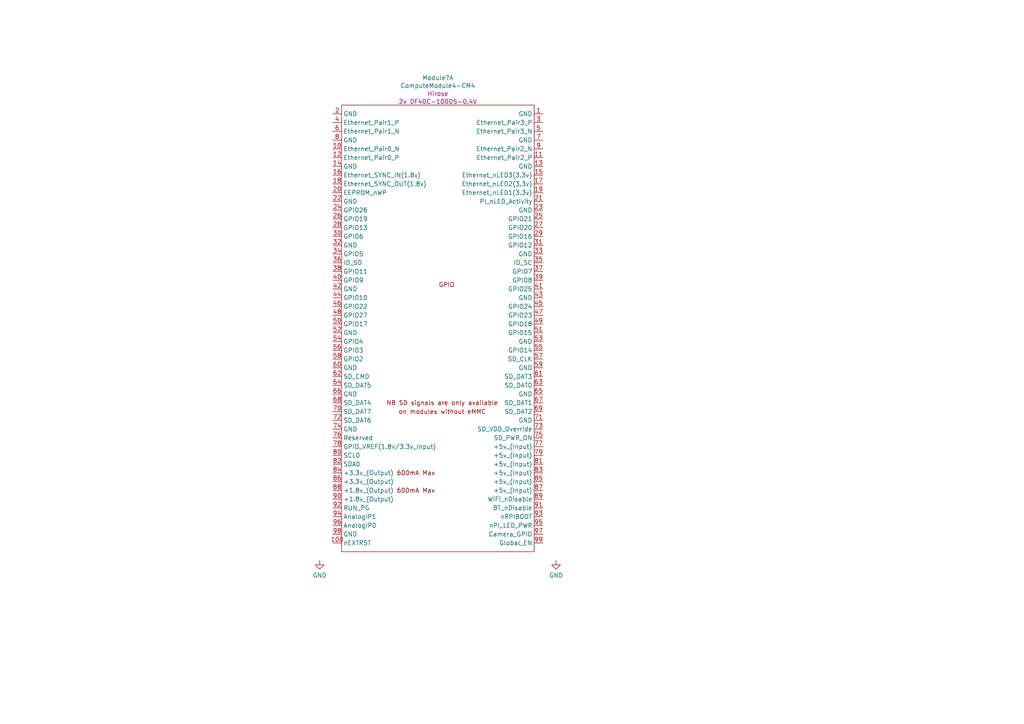
<source format=kicad_sch>
(kicad_sch (version 20210126) (generator eeschema)
  (paper "A4")
  (lib_symbols
    (symbol "CM4IO:ComputeModule4-CM4"
      (property "Reference" "Module" (at 113.03 -68.58 0))
      (property "Value" "ComputeModule4-CM4" (at 140.97 2.54 0))
      (property "Field4" "Hirose" (at 0 0 0))
      (property "Field5" "2x DF40C-100DS-0.4V" (at 0 -2.54 0))
      (symbol "ComputeModule4-CM4_1_0"
        (text "GPIO" (at 0 6.35 0) (effects (font (size 1.27 1.27))))
      )
      (symbol "ComputeModule4-CM4_1_1"
        (text "600mA Max" (at -8.89 -53.34 0) (effects (font (size 1.27 1.27))))
        (text "600mA Max" (at -8.89 -48.26 0) (effects (font (size 1.27 1.27))))
        (text "NB SD signals are only available" (at -1.27 -27.94 0) (effects (font (size 1.27 1.27))))
        (text "on modules without eMMC" (at -1.27 -30.48 0) (effects (font (size 1.27 1.27))))
        (rectangle (start -30.48 -71.12) (end 25.4 58.42))
        (pin power_in line (at 27.94 55.88 180) (length 2.54) (name "GND") (number "1"))
        (pin passive line (at -33.02 45.72 0) (length 2.54) (name "Ethernet_Pair0_N") (number "10"))
        (pin output line (at -33.02 -68.58 0) (length 2.54) (name "nEXTRST") (number "100"))
        (pin passive line (at 27.94 43.18 180) (length 2.54) (name "Ethernet_Pair2_P") (number "11"))
        (pin passive line (at -33.02 43.18 0) (length 2.54) (name "Ethernet_Pair0_P") (number "12"))
        (pin power_in line (at 27.94 40.64 180) (length 2.54) (name "GND") (number "13"))
        (pin power_in line (at -33.02 40.64 0) (length 2.54) (name "GND") (number "14"))
        (pin output line (at 27.94 38.1 180) (length 2.54) (name "Ethernet_nLED3(3.3v)") (number "15"))
        (pin input line (at -33.02 38.1 0) (length 2.54) (name "Ethernet_SYNC_IN(1.8v)") (number "16"))
        (pin output line (at 27.94 35.56 180) (length 2.54) (name "Ethernet_nLED2(3.3v)") (number "17"))
        (pin input line (at -33.02 35.56 0) (length 2.54) (name "Ethernet_SYNC_OUT(1.8v)") (number "18"))
        (pin output line (at 27.94 33.02 180) (length 2.54) (name "Ethernet_nLED1(3.3v)") (number "19"))
        (pin power_in line (at -33.02 55.88 0) (length 2.54) (name "GND") (number "2"))
        (pin passive line (at -33.02 33.02 0) (length 2.54) (name "EEPROM_nWP") (number "20"))
        (pin open_collector line (at 27.94 30.48 180) (length 2.54) (name "PI_nLED_Activity") (number "21"))
        (pin power_in line (at -33.02 30.48 0) (length 2.54) (name "GND") (number "22"))
        (pin power_in line (at 27.94 27.94 180) (length 2.54) (name "GND") (number "23"))
        (pin passive line (at -33.02 27.94 0) (length 2.54) (name "GPIO26") (number "24"))
        (pin passive line (at 27.94 25.4 180) (length 2.54) (name "GPIO21") (number "25"))
        (pin passive line (at -33.02 25.4 0) (length 2.54) (name "GPIO19") (number "26"))
        (pin passive line (at 27.94 22.86 180) (length 2.54) (name "GPIO20") (number "27"))
        (pin passive line (at -33.02 22.86 0) (length 2.54) (name "GPIO13") (number "28"))
        (pin passive line (at 27.94 20.32 180) (length 2.54) (name "GPIO16") (number "29"))
        (pin passive line (at 27.94 53.34 180) (length 2.54) (name "Ethernet_Pair3_P") (number "3"))
        (pin passive line (at -33.02 20.32 0) (length 2.54) (name "GPIO6") (number "30"))
        (pin passive line (at 27.94 17.78 180) (length 2.54) (name "GPIO12") (number "31"))
        (pin power_in line (at -33.02 17.78 0) (length 2.54) (name "GND") (number "32"))
        (pin power_in line (at 27.94 15.24 180) (length 2.54) (name "GND") (number "33"))
        (pin passive line (at -33.02 15.24 0) (length 2.54) (name "GPIO5") (number "34"))
        (pin passive line (at 27.94 12.7 180) (length 2.54) (name "ID_SC") (number "35"))
        (pin passive line (at -33.02 12.7 0) (length 2.54) (name "ID_SD") (number "36"))
        (pin passive line (at 27.94 10.16 180) (length 2.54) (name "GPIO7") (number "37"))
        (pin passive line (at -33.02 10.16 0) (length 2.54) (name "GPIO11") (number "38"))
        (pin passive line (at 27.94 7.62 180) (length 2.54) (name "GPIO8") (number "39"))
        (pin passive line (at -33.02 53.34 0) (length 2.54) (name "Ethernet_Pair1_P") (number "4"))
        (pin passive line (at -33.02 7.62 0) (length 2.54) (name "GPIO9") (number "40"))
        (pin passive line (at 27.94 5.08 180) (length 2.54) (name "GPIO25") (number "41"))
        (pin power_in line (at -33.02 5.08 0) (length 2.54) (name "GND") (number "42"))
        (pin power_in line (at 27.94 2.54 180) (length 2.54) (name "GND") (number "43"))
        (pin passive line (at -33.02 2.54 0) (length 2.54) (name "GPIO10") (number "44"))
        (pin passive line (at 27.94 0 180) (length 2.54) (name "GPIO24") (number "45"))
        (pin passive line (at -33.02 0 0) (length 2.54) (name "GPIO22") (number "46"))
        (pin passive line (at 27.94 -2.54 180) (length 2.54) (name "GPIO23") (number "47"))
        (pin passive line (at -33.02 -2.54 0) (length 2.54) (name "GPIO27") (number "48"))
        (pin passive line (at 27.94 -5.08 180) (length 2.54) (name "GPIO18") (number "49"))
        (pin passive line (at 27.94 50.8 180) (length 2.54) (name "Ethernet_Pair3_N") (number "5"))
        (pin passive line (at -33.02 -5.08 0) (length 2.54) (name "GPIO17") (number "50"))
        (pin passive line (at 27.94 -7.62 180) (length 2.54) (name "GPIO15") (number "51"))
        (pin power_in line (at -33.02 -7.62 0) (length 2.54) (name "GND") (number "52"))
        (pin power_in line (at 27.94 -10.16 180) (length 2.54) (name "GND") (number "53"))
        (pin passive line (at -33.02 -10.16 0) (length 2.54) (name "GPIO4") (number "54"))
        (pin passive line (at 27.94 -12.7 180) (length 2.54) (name "GPIO14") (number "55"))
        (pin passive line (at -33.02 -12.7 0) (length 2.54) (name "GPIO3") (number "56"))
        (pin passive line (at 27.94 -15.24 180) (length 2.54) (name "SD_CLK") (number "57"))
        (pin passive line (at -33.02 -15.24 0) (length 2.54) (name "GPIO2") (number "58"))
        (pin power_in line (at 27.94 -17.78 180) (length 2.54) (name "GND") (number "59"))
        (pin passive line (at -33.02 50.8 0) (length 2.54) (name "Ethernet_Pair1_N") (number "6"))
        (pin power_in line (at -33.02 -17.78 0) (length 2.54) (name "GND") (number "60"))
        (pin passive line (at 27.94 -20.32 180) (length 2.54) (name "SD_DAT3") (number "61"))
        (pin passive line (at -33.02 -20.32 0) (length 2.54) (name "SD_CMD") (number "62"))
        (pin passive line (at 27.94 -22.86 180) (length 2.54) (name "SD_DAT0") (number "63"))
        (pin passive line (at -33.02 -22.86 0) (length 2.54) (name "SD_DAT5") (number "64"))
        (pin power_in line (at 27.94 -25.4 180) (length 2.54) (name "GND") (number "65"))
        (pin power_in line (at -33.02 -25.4 0) (length 2.54) (name "GND") (number "66"))
        (pin passive line (at 27.94 -27.94 180) (length 2.54) (name "SD_DAT1") (number "67"))
        (pin passive line (at -33.02 -27.94 0) (length 2.54) (name "SD_DAT4") (number "68"))
        (pin passive line (at 27.94 -30.48 180) (length 2.54) (name "SD_DAT2") (number "69"))
        (pin power_in line (at 27.94 48.26 180) (length 2.54) (name "GND") (number "7"))
        (pin passive line (at -33.02 -30.48 0) (length 2.54) (name "SD_DAT7") (number "70"))
        (pin power_in line (at 27.94 -33.02 180) (length 2.54) (name "GND") (number "71"))
        (pin passive line (at -33.02 -33.02 0) (length 2.54) (name "SD_DAT6") (number "72"))
        (pin input line (at 27.94 -35.56 180) (length 2.54) (name "SD_VDD_Override") (number "73"))
        (pin power_in line (at -33.02 -35.56 0) (length 2.54) (name "GND") (number "74"))
        (pin output line (at 27.94 -38.1 180) (length 2.54) (name "SD_PWR_ON") (number "75"))
        (pin passive line (at -33.02 -38.1 0) (length 2.54) (name "Reserved") (number "76"))
        (pin power_in line (at 27.94 -40.64 180) (length 2.54) (name "+5v_(Input)") (number "77"))
        (pin power_in line (at -33.02 -40.64 0) (length 2.54) (name "GPIO_VREF(1.8v/3.3v_Input)") (number "78"))
        (pin power_in line (at 27.94 -43.18 180) (length 2.54) (name "+5v_(Input)") (number "79"))
        (pin power_in line (at -33.02 48.26 0) (length 2.54) (name "GND") (number "8"))
        (pin passive line (at -33.02 -43.18 0) (length 2.54) (name "SCL0") (number "80"))
        (pin power_in line (at 27.94 -45.72 180) (length 2.54) (name "+5v_(Input)") (number "81"))
        (pin passive line (at -33.02 -45.72 0) (length 2.54) (name "SDA0") (number "82"))
        (pin power_in line (at 27.94 -48.26 180) (length 2.54) (name "+5v_(Input)") (number "83"))
        (pin power_out line (at -33.02 -48.26 0) (length 2.54) (name "+3.3v_(Output)") (number "84"))
        (pin power_in line (at 27.94 -50.8 180) (length 2.54) (name "+5v_(Input)") (number "85"))
        (pin power_out line (at -33.02 -50.8 0) (length 2.54) (name "+3.3v_(Output)") (number "86"))
        (pin power_in line (at 27.94 -53.34 180) (length 2.54) (name "+5v_(Input)") (number "87"))
        (pin power_out line (at -33.02 -53.34 0) (length 2.54) (name "+1.8v_(Output)") (number "88"))
        (pin power_in line (at 27.94 -55.88 180) (length 2.54) (name "WiFi_nDisable") (number "89"))
        (pin passive line (at 27.94 45.72 180) (length 2.54) (name "Ethernet_Pair2_N") (number "9"))
        (pin power_out line (at -33.02 -55.88 0) (length 2.54) (name "+1.8v_(Output)") (number "90"))
        (pin power_in line (at 27.94 -58.42 180) (length 2.54) (name "BT_nDisable") (number "91"))
        (pin passive line (at -33.02 -58.42 0) (length 2.54) (name "RUN_PG") (number "92"))
        (pin input line (at 27.94 -60.96 180) (length 2.54) (name "nRPIBOOT") (number "93"))
        (pin passive line (at -33.02 -60.96 0) (length 2.54) (name "AnalogIP1") (number "94"))
        (pin output line (at 27.94 -63.5 180) (length 2.54) (name "nPI_LED_PWR") (number "95"))
        (pin passive line (at -33.02 -63.5 0) (length 2.54) (name "AnalogIP0") (number "96"))
        (pin passive line (at 27.94 -66.04 180) (length 2.54) (name "Camera_GPIO") (number "97"))
        (pin power_in line (at -33.02 -66.04 0) (length 2.54) (name "GND") (number "98"))
        (pin input line (at 27.94 -68.58 180) (length 2.54) (name "Global_EN") (number "99"))
      )
      (symbol "ComputeModule4-CM4_2_1"
        (text "High Speed Serial" (at 140.97 0 0) (effects (font (size 1.27 1.27))))
        (rectangle (start 114.3 -66.04) (end 165.1 63.5))
        (pin input line (at 170.18 60.96 180) (length 5.08) (name "USB_OTG_ID") (number "101"))
        (pin input line (at 109.22 60.96 0) (length 5.08) (name "PCIe_CLK_nREQ") (number "102"))
        (pin passive line (at 170.18 58.42 180) (length 5.08) (name "USB2_N") (number "103"))
        (pin passive line (at 109.22 58.42 0) (length 5.08) (name "Reserved") (number "104"))
        (pin passive line (at 170.18 55.88 180) (length 5.08) (name "USB2_P") (number "105"))
        (pin passive line (at 109.22 55.88 0) (length 5.08) (name "Reserved") (number "106"))
        (pin power_in line (at 170.18 53.34 180) (length 5.08) (name "GND") (number "107"))
        (pin power_in line (at 109.22 53.34 0) (length 5.08) (name "GND") (number "108"))
        (pin bidirectional line (at 170.18 50.8 180) (length 5.08) (name "PCIe_nRST") (number "109"))
        (pin output line (at 109.22 50.8 0) (length 5.08) (name "PCIe_CLK_P") (number "110"))
        (pin passive line (at 170.18 48.26 180) (length 5.08) (name "VDAC_COMP") (number "111"))
        (pin output line (at 109.22 48.26 0) (length 5.08) (name "PCIe_CLK_N") (number "112"))
        (pin power_in line (at 170.18 45.72 180) (length 5.08) (name "GND") (number "113"))
        (pin power_in line (at 109.22 45.72 0) (length 5.08) (name "GND") (number "114"))
        (pin input line (at 170.18 43.18 180) (length 5.08) (name "CAM1_D0_N") (number "115"))
        (pin input line (at 109.22 43.18 0) (length 5.08) (name "PCIe_RX_P") (number "116"))
        (pin input line (at 170.18 40.64 180) (length 5.08) (name "CAM1_D0_P") (number "117"))
        (pin input line (at 109.22 40.64 0) (length 5.08) (name "PCIe_RX_N") (number "118"))
        (pin power_in line (at 170.18 38.1 180) (length 5.08) (name "GND") (number "119"))
        (pin power_in line (at 109.22 38.1 0) (length 5.08) (name "GND") (number "120"))
        (pin input line (at 170.18 35.56 180) (length 5.08) (name "CAM1_D1_N") (number "121"))
        (pin output line (at 109.22 35.56 0) (length 5.08) (name "PCIe_TX_P") (number "122"))
        (pin input line (at 170.18 33.02 180) (length 5.08) (name "CAM1_D1_P") (number "123"))
        (pin output line (at 109.22 33.02 0) (length 5.08) (name "PCIe_TX_N") (number "124"))
        (pin power_in line (at 170.18 30.48 180) (length 5.08) (name "GND") (number "125"))
        (pin power_in line (at 109.22 30.48 0) (length 5.08) (name "GND") (number "126"))
        (pin input line (at 170.18 27.94 180) (length 5.08) (name "CAM1_C_N") (number "127"))
        (pin input line (at 109.22 27.94 0) (length 5.08) (name "CAM0_D0_N") (number "128"))
        (pin input line (at 170.18 25.4 180) (length 5.08) (name "CAM1_C_P") (number "129"))
        (pin input line (at 109.22 25.4 0) (length 5.08) (name "CAM0_D0_P") (number "130"))
        (pin power_in line (at 170.18 22.86 180) (length 5.08) (name "GND") (number "131"))
        (pin power_in line (at 109.22 22.86 0) (length 5.08) (name "GND") (number "132"))
        (pin input line (at 170.18 20.32 180) (length 5.08) (name "CAM1_D2_N") (number "133"))
        (pin input line (at 109.22 20.32 0) (length 5.08) (name "CAM0_D1_N") (number "134"))
        (pin input line (at 170.18 17.78 180) (length 5.08) (name "CAM1_D2_P") (number "135"))
        (pin input line (at 109.22 17.78 0) (length 5.08) (name "CAM0_D1_P") (number "136"))
        (pin power_in line (at 170.18 15.24 180) (length 5.08) (name "GND") (number "137"))
        (pin power_in line (at 109.22 15.24 0) (length 5.08) (name "GND") (number "138"))
        (pin input line (at 170.18 12.7 180) (length 5.08) (name "CAM1_D3_N") (number "139"))
        (pin input line (at 109.22 12.7 0) (length 5.08) (name "CAM0_C_N") (number "140"))
        (pin input line (at 170.18 10.16 180) (length 5.08) (name "CAM1_D3_P") (number "141"))
        (pin input line (at 109.22 10.16 0) (length 5.08) (name "CAM0_C_P") (number "142"))
        (pin input line (at 170.18 7.62 180) (length 5.08) (name "HDMI1_HOTPLUG") (number "143"))
        (pin power_in line (at 109.22 7.62 0) (length 5.08) (name "GND") (number "144"))
        (pin bidirectional line (at 170.18 5.08 180) (length 5.08) (name "HDMI1_SDA") (number "145"))
        (pin output line (at 109.22 5.08 0) (length 5.08) (name "HDMI1_TX2_P") (number "146"))
        (pin open_collector line (at 170.18 2.54 180) (length 5.08) (name "HDMI1_SCL") (number "147"))
        (pin output line (at 109.22 2.54 0) (length 5.08) (name "HDMI1_TX2_N") (number "148"))
        (pin open_collector line (at 170.18 0 180) (length 5.08) (name "HDMI1_CEC") (number "149"))
        (pin power_in line (at 109.22 0 0) (length 5.08) (name "GND") (number "150"))
        (pin open_collector line (at 170.18 -2.54 180) (length 5.08) (name "HDMI0_CEC") (number "151"))
        (pin output line (at 109.22 -2.54 0) (length 5.08) (name "HDMI1_TX1_P") (number "152"))
        (pin input line (at 170.18 -5.08 180) (length 5.08) (name "HDMI0_HOTPLUG") (number "153"))
        (pin output line (at 109.22 -5.08 0) (length 5.08) (name "HDMI1_TX1_N") (number "154"))
        (pin power_in line (at 170.18 -7.62 180) (length 5.08) (name "GND") (number "155"))
        (pin power_in line (at 109.22 -7.62 0) (length 5.08) (name "GND") (number "156"))
        (pin output line (at 170.18 -10.16 180) (length 5.08) (name "DSI0_D0_N") (number "157"))
        (pin output line (at 109.22 -10.16 0) (length 5.08) (name "HDMI1_TX0_P") (number "158"))
        (pin output line (at 170.18 -12.7 180) (length 5.08) (name "DSI0_D0_P") (number "159"))
        (pin output line (at 109.22 -12.7 0) (length 5.08) (name "HDMI1_TX0_N") (number "160"))
        (pin power_in line (at 170.18 -15.24 180) (length 5.08) (name "GND") (number "161"))
        (pin power_in line (at 109.22 -15.24 0) (length 5.08) (name "GND") (number "162"))
        (pin output line (at 170.18 -17.78 180) (length 5.08) (name "DSI0_D1_N") (number "163"))
        (pin output line (at 109.22 -17.78 0) (length 5.08) (name "HDMI1_CLK_P") (number "164"))
        (pin output line (at 170.18 -20.32 180) (length 5.08) (name "DSI0_D1_P") (number "165"))
        (pin output line (at 109.22 -20.32 0) (length 5.08) (name "HDMI1_CLK_N") (number "166"))
        (pin power_in line (at 170.18 -22.86 180) (length 5.08) (name "GND") (number "167"))
        (pin power_in line (at 109.22 -22.86 0) (length 5.08) (name "GND") (number "168"))
        (pin output line (at 170.18 -25.4 180) (length 5.08) (name "DSI0_C_N") (number "169"))
        (pin output line (at 109.22 -25.4 0) (length 5.08) (name "HDMI0_TX2_P") (number "170"))
        (pin output line (at 170.18 -27.94 180) (length 5.08) (name "DSI0_C_P") (number "171"))
        (pin output line (at 109.22 -27.94 0) (length 5.08) (name "HDMI0_TX2_N") (number "172"))
        (pin power_in line (at 170.18 -30.48 180) (length 5.08) (name "GND") (number "173"))
        (pin power_in line (at 109.22 -30.48 0) (length 5.08) (name "GND") (number "174"))
        (pin output line (at 170.18 -33.02 180) (length 5.08) (name "DSI1_D0_N") (number "175"))
        (pin output line (at 109.22 -33.02 0) (length 5.08) (name "HDMI0_TX1_P") (number "176"))
        (pin output line (at 170.18 -35.56 180) (length 5.08) (name "DSI1_D0_P") (number "177"))
        (pin output line (at 109.22 -35.56 0) (length 5.08) (name "HDMI0_TX1_N") (number "178"))
        (pin power_in line (at 170.18 -38.1 180) (length 5.08) (name "GND") (number "179"))
        (pin power_in line (at 109.22 -38.1 0) (length 5.08) (name "GND") (number "180"))
        (pin output line (at 170.18 -40.64 180) (length 5.08) (name "DSI1_D1_N") (number "181"))
        (pin output line (at 109.22 -40.64 0) (length 5.08) (name "HDMI0_TX0_P") (number "182"))
        (pin output line (at 170.18 -43.18 180) (length 5.08) (name "DSI1_D1_P") (number "183"))
        (pin output line (at 109.22 -43.18 0) (length 5.08) (name "HDMI0_TX0_N") (number "184"))
        (pin power_in line (at 170.18 -45.72 180) (length 5.08) (name "GND") (number "185"))
        (pin power_in line (at 109.22 -45.72 0) (length 5.08) (name "GND") (number "186"))
        (pin output line (at 170.18 -48.26 180) (length 5.08) (name "DSI1_C_N") (number "187"))
        (pin output line (at 109.22 -48.26 0) (length 5.08) (name "HDMI0_CLK_P") (number "188"))
        (pin output line (at 170.18 -50.8 180) (length 5.08) (name "DSI1_C_P") (number "189"))
        (pin output line (at 109.22 -50.8 0) (length 5.08) (name "HDMI0_CLK_N") (number "190"))
        (pin power_in line (at 170.18 -53.34 180) (length 5.08) (name "GND") (number "191"))
        (pin power_in line (at 109.22 -53.34 0) (length 5.08) (name "GND") (number "192"))
        (pin output line (at 170.18 -55.88 180) (length 5.08) (name "DSI1_D2_N") (number "193"))
        (pin output line (at 109.22 -55.88 0) (length 5.08) (name "DSI1_D3_N") (number "194"))
        (pin output line (at 170.18 -58.42 180) (length 5.08) (name "DSI1_D2_P") (number "195"))
        (pin output line (at 109.22 -58.42 0) (length 5.08) (name "DSI1_D3_P") (number "196"))
        (pin power_in line (at 170.18 -60.96 180) (length 5.08) (name "GND") (number "197"))
        (pin power_in line (at 109.22 -60.96 0) (length 5.08) (name "GND") (number "198"))
        (pin bidirectional line (at 170.18 -63.5 180) (length 5.08) (name "HDMI0_SDA") (number "199"))
        (pin open_collector line (at 109.22 -63.5 0) (length 5.08) (name "HDMI0_SCL") (number "200"))
      )
    )
    (symbol "power:GND" (power) (pin_names (offset 0))
      (property "Value" "GND" (at 0 -3.81 0))
      (symbol "GND_0_1"
        (polyline (pts (xy 0 0) (xy 0 -1.27) (xy 1.27 -1.27) (xy 0 -2.54) (xy -1.27 -1.27) (xy 0 -1.27)))
      )
      (symbol "GND_1_1"
        (pin power_in line (at 0 0 270) (length 0) hide (name "GND") (number "1"))
      )
    )
  )
  (symbol (lib_id "power:GND") (at 92.71 162.56 0) (unit 1)
    (property "Reference" "#PWR?" (effects hide))
    (property "Value" "GND" (at 92.71 166.8844 0))
  )
  (symbol (lib_id "power:GND") (at 161.29 162.56 0) (unit 1)
    (property "Reference" "#PWR?" (effects hide))
    (property "Value" "GND" (at 161.29 166.8844 0))
  )
  (symbol (lib_id "CM4IO:ComputeModule4-CM4") (at 129.54 88.9 0) (unit 1)
    (property "Reference" "Module?" (at 127 22.5764 0))
    (property "Value" "ComputeModule4-CM4" (at 127 24.8751 0))
    (property "Footprint" "CM4IO:Raspberry-Pi-4-Compute-Module" (effects hide))
    (property "Field4" "Hirose" (at 127 27.1738 0))
    (property "Field5" "2x DF40C-100DS-0.4V" (at 127 29.4725 0))
  )
)
</source>
